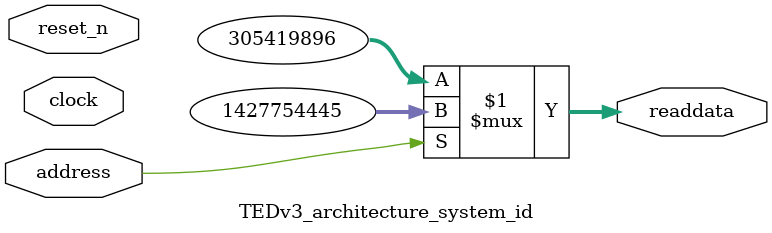
<source format=v>

`timescale 1ns / 1ps
// synthesis translate_on

// turn off superfluous verilog processor warnings 
// altera message_level Level1 
// altera message_off 10034 10035 10036 10037 10230 10240 10030 

module TEDv3_architecture_system_id (
               // inputs:
                address,
                clock,
                reset_n,

               // outputs:
                readdata
             )
;

  output  [ 31: 0] readdata;
  input            address;
  input            clock;
  input            reset_n;

  wire    [ 31: 0] readdata;
  //control_slave, which is an e_avalon_slave
  assign readdata = address ? 1427754445 : 305419896;

endmodule




</source>
